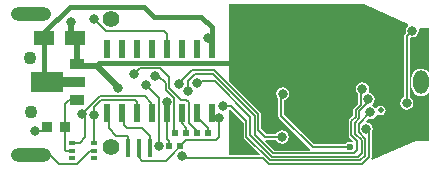
<source format=gbl>
G04 Layer_Physical_Order=2*
G04 Layer_Color=16711680*
%FSLAX25Y25*%
%MOIN*%
G70*
G01*
G75*
%ADD14R,0.01181X0.06299*%
%ADD24R,0.02441X0.02441*%
%ADD30R,0.02284X0.02441*%
%ADD33C,0.00700*%
%ADD34C,0.00600*%
%ADD36C,0.01575*%
%ADD37C,0.01969*%
%ADD38C,0.04331*%
%ADD39O,0.13386X0.04724*%
%ADD40O,0.05118X0.07874*%
%ADD41C,0.05512*%
%ADD42C,0.03150*%
%ADD43C,0.01969*%
%ADD44C,0.02362*%
%ADD45R,0.01969X0.01575*%
%ADD46R,0.03740X0.03740*%
%ADD47R,0.07087X0.04921*%
%ADD48R,0.10630X0.06693*%
%ADD49R,0.05118X0.03543*%
%ADD50R,0.07480X0.03543*%
%ADD51R,0.02362X0.06102*%
G36*
X173986Y117630D02*
X178333Y113283D01*
Y108521D01*
X178403Y108170D01*
X178602Y107872D01*
X183618Y102856D01*
X183426Y102394D01*
X173425D01*
Y117316D01*
X173860Y117640D01*
X173986Y117630D01*
D02*
G37*
G36*
X226476Y149114D02*
X233181Y146202D01*
X233232Y145635D01*
X232979Y145466D01*
X232499Y144746D01*
X232330Y143898D01*
X232470Y143191D01*
X231992Y142712D01*
X231782Y142398D01*
X231709Y142028D01*
Y121752D01*
X231109Y121351D01*
X230628Y120632D01*
X230460Y119783D01*
X230628Y118935D01*
X231109Y118216D01*
X231829Y117735D01*
X232677Y117566D01*
X233526Y117735D01*
X234245Y118216D01*
X234726Y118935D01*
X234895Y119783D01*
X234726Y120632D01*
X234245Y121351D01*
X233646Y121752D01*
Y141395D01*
X234085Y141772D01*
X234547Y141680D01*
X235396Y141849D01*
X236115Y142330D01*
X236596Y143049D01*
X236765Y143898D01*
X236668Y144382D01*
X237061Y144882D01*
X240256Y144882D01*
Y130342D01*
X239756Y130172D01*
X239655Y130304D01*
X238995Y130811D01*
X238226Y131129D01*
X237402Y131237D01*
X236577Y131129D01*
X235808Y130811D01*
X235149Y130304D01*
X234642Y129644D01*
X234324Y128876D01*
X234215Y128051D01*
Y125295D01*
X234324Y124471D01*
X234642Y123702D01*
X235149Y123042D01*
X235808Y122536D01*
X236577Y122218D01*
X237402Y122109D01*
X238226Y122218D01*
X238995Y122536D01*
X239655Y123042D01*
X239756Y123174D01*
X240256Y123004D01*
Y107087D01*
X235827Y107087D01*
X227067Y103347D01*
X221203Y100785D01*
X221120Y100837D01*
X220871Y101365D01*
X220940Y101716D01*
Y109960D01*
X221154Y110279D01*
X221323Y111127D01*
X221154Y111976D01*
X220673Y112695D01*
X219954Y113176D01*
X219257Y113315D01*
X219037Y113802D01*
X219804Y114569D01*
X220571Y114417D01*
X221419Y114585D01*
X222139Y115066D01*
X222603Y115760D01*
X222628Y115788D01*
X223169Y115983D01*
X223398Y115831D01*
X224016Y115708D01*
X224634Y115831D01*
X225158Y116181D01*
X225508Y116705D01*
X225631Y117323D01*
X225508Y117941D01*
X225158Y118465D01*
X224634Y118815D01*
X224016Y118938D01*
X223398Y118815D01*
X222874Y118465D01*
X222719Y118234D01*
X222139Y118202D01*
X221419Y118683D01*
X221238Y118719D01*
X221133Y119249D01*
X221362Y119403D01*
X221843Y120122D01*
X222012Y120970D01*
X221843Y121819D01*
X221362Y122538D01*
X220643Y123019D01*
X220201Y123107D01*
X219971Y123663D01*
X219973Y123665D01*
X220141Y124514D01*
X219973Y125363D01*
X219492Y126082D01*
X218773Y126563D01*
X217924Y126731D01*
X217075Y126563D01*
X216356Y126082D01*
X215875Y125363D01*
X215707Y124514D01*
X215875Y123665D01*
X216356Y122946D01*
X216402Y122915D01*
Y119507D01*
X215080Y118185D01*
X214881Y117888D01*
X214811Y117536D01*
Y115566D01*
X213581Y114336D01*
X213383Y114039D01*
X213313Y113688D01*
Y109108D01*
X213383Y108757D01*
X213581Y108459D01*
X214881Y107160D01*
X214863Y107084D01*
X214387Y106801D01*
X213691Y106939D01*
X212997Y106801D01*
X212407Y106407D01*
X212131Y105993D01*
X201676D01*
X191815Y115854D01*
Y120712D01*
X192187Y120786D01*
X192906Y121267D01*
X193387Y121986D01*
X193556Y122835D01*
X193387Y123683D01*
X192906Y124403D01*
X192187Y124883D01*
X191339Y125052D01*
X190490Y124883D01*
X189771Y124403D01*
X189290Y123683D01*
X189121Y122835D01*
X189290Y121986D01*
X189771Y121267D01*
X189878Y121195D01*
Y115453D01*
X189952Y115082D01*
X190162Y114768D01*
X200470Y104460D01*
X200309Y103987D01*
X200288Y103960D01*
X188578D01*
X185477Y107061D01*
X185493Y107170D01*
X185698Y107547D01*
X189139D01*
X189574Y106897D01*
X190293Y106416D01*
X191142Y106247D01*
X191990Y106416D01*
X192710Y106897D01*
X193190Y107616D01*
X193359Y108465D01*
X193190Y109313D01*
X192710Y110032D01*
X191990Y110513D01*
X191142Y110682D01*
X190293Y110513D01*
X189574Y110032D01*
X189139Y109382D01*
X185931D01*
X184106Y111207D01*
Y116048D01*
X184036Y116399D01*
X183837Y116697D01*
X173425Y127109D01*
Y152756D01*
X218504D01*
X226476Y149114D01*
D02*
G37*
D14*
X139764Y104921D02*
D03*
X143504D02*
D03*
X147244D02*
D03*
D24*
X153445Y105610D02*
D03*
X156988D02*
D03*
D30*
X166417Y109646D02*
D03*
X162717D02*
D03*
X159134D02*
D03*
X155433D02*
D03*
D33*
X128445Y106496D02*
Y118307D01*
X125591Y108366D02*
Y116043D01*
X125492Y116142D02*
X125591Y116043D01*
X124311Y116142D02*
X125492D01*
X153445Y105610D02*
Y106988D01*
X152598Y107835D02*
Y116437D01*
Y107835D02*
X153445Y106988D01*
X169980Y108366D02*
Y114961D01*
X167598Y116437D02*
X167618Y116417D01*
X143504Y101673D02*
Y104921D01*
X127067Y103937D02*
X128445D01*
X122736Y99606D02*
X127067Y103937D01*
X116732Y99606D02*
X122736D01*
X113779Y102559D02*
X116732Y99606D01*
X105413Y102559D02*
X113779D01*
X136516Y124761D02*
Y125112D01*
X145353Y122068D02*
X147539Y119882D01*
X142027Y120768D02*
X142717Y120079D01*
X169095Y114961D02*
X169980D01*
X167618Y116437D02*
X169095Y114961D01*
X167598Y116437D02*
X167618D01*
X152598D02*
Y120039D01*
X120177Y141535D02*
X120768Y142126D01*
X147539Y117185D02*
Y119882D01*
X201274Y105025D02*
X213691D01*
X190847Y115453D02*
Y122343D01*
Y115453D02*
X201274Y105025D01*
X213303Y104921D02*
X213396Y104828D01*
X152598Y137697D02*
Y142776D01*
X128543Y114764D02*
Y115945D01*
X147539Y117185D02*
X148287Y116437D01*
X142717Y117008D02*
Y120079D01*
Y117008D02*
X143287Y116437D01*
X139764Y104921D02*
Y108465D01*
X139370Y108858D02*
X139764Y108465D01*
X135827Y108858D02*
X139370D01*
X133287Y111398D02*
X135827Y108858D01*
X139272Y111614D02*
X144291D01*
X138287Y112598D02*
X139272Y111614D01*
X120965Y106496D02*
X123721D01*
X125591Y108366D01*
X138287Y112598D02*
Y116437D01*
X133287Y111398D02*
Y116437D01*
X120177Y141535D02*
X121024Y140689D01*
X190847Y122343D02*
X191339Y122835D01*
X232677Y142028D02*
X234547Y143898D01*
X232677Y119783D02*
Y142028D01*
X128445Y118307D02*
X130905Y120768D01*
X142027D01*
X130367Y122068D02*
X145353D01*
X125591Y117291D02*
X130367Y122068D01*
X120177Y120866D02*
X122894D01*
X118799Y119488D02*
X120177Y120866D01*
X118799Y111713D02*
Y119488D01*
X119095Y103937D02*
X120965D01*
X118799Y104232D02*
Y111713D01*
Y104232D02*
X119095Y103937D01*
X112872Y111734D02*
X112894Y111713D01*
X128373Y147861D02*
X132534Y143701D01*
X151673D01*
X152598Y142776D01*
X169089Y107475D02*
X169980Y108366D01*
X143504Y101673D02*
X144587Y100591D01*
X152362D01*
X159247Y107475D01*
X164877Y107480D02*
X164882Y107475D01*
X169089D01*
X164252D02*
X164257Y107480D01*
X164877D01*
X159247Y107475D02*
X160669D01*
X160674Y107480D01*
X161176D01*
X161181Y107475D01*
X164252D01*
X147244Y104921D02*
Y108661D01*
X144291Y111614D02*
X147244Y108661D01*
X111571Y110433D02*
X112872Y111734D01*
X108661Y110433D02*
X111571D01*
D34*
X148728Y128746D02*
X149600D01*
X149606Y128740D01*
X159252Y120965D02*
X160039Y120177D01*
Y113287D02*
Y120177D01*
Y113287D02*
X162716Y110610D01*
X157283Y120965D02*
X159252D01*
X162598Y115256D02*
Y116437D01*
Y115256D02*
X166417Y111437D01*
Y109646D02*
Y111437D01*
X162716Y109646D02*
Y110610D01*
X157598Y112972D02*
Y116437D01*
Y112972D02*
X159134Y111437D01*
Y109646D02*
Y111437D01*
X155073Y110005D02*
Y121478D01*
Y110005D02*
X155433Y109646D01*
X152337Y124214D02*
X155073Y121478D01*
X143617Y131412D02*
X150478D01*
X141732Y129527D02*
X143617Y131412D01*
X141170Y129921D02*
X141634D01*
X149606Y128740D02*
X149803Y128937D01*
X152343Y126397D01*
X150478Y131412D02*
X153543Y128347D01*
X157598Y116437D02*
Y118976D01*
X152337Y124214D02*
Y126233D01*
X153537Y124711D02*
X157283Y120965D01*
X153537Y124711D02*
Y125736D01*
X156602Y125500D02*
X156890Y125787D01*
X156602Y125488D02*
Y125990D01*
Y125500D02*
Y125990D01*
X156890Y125787D02*
Y126378D01*
X161221Y130709D01*
X152343Y126240D02*
Y126397D01*
X152337Y126233D02*
X152343Y126240D01*
X153543Y125742D02*
Y128347D01*
X153537Y125736D02*
X153543Y125742D01*
X159843Y127165D02*
X162008Y129331D01*
X159843Y123819D02*
Y127165D01*
X162795Y125984D02*
Y126476D01*
X168602Y127067D02*
X180451Y115219D01*
X164469Y127067D02*
X168602D01*
X163091Y125689D02*
X164469Y127067D01*
X162795Y125984D02*
X163091Y125689D01*
X162008Y129331D02*
X168209D01*
X181988Y115551D01*
X168528Y130709D02*
X183188Y116048D01*
X161221Y130709D02*
X168528D01*
X217749Y99442D02*
X220023Y101716D01*
X186632Y99442D02*
X217749D01*
X217252Y100642D02*
X218823Y102213D01*
X187129Y100642D02*
X217252D01*
X179251Y108521D02*
X187129Y100642D01*
X216287Y101842D02*
X217623Y103178D01*
X187626Y101842D02*
X216287D01*
X180451Y109018D02*
X187626Y101842D01*
X215110Y103042D02*
X216142Y104074D01*
X181988Y109252D02*
X188198Y103042D01*
X215110D01*
X179251Y108521D02*
Y113663D01*
X181988Y109252D02*
Y115551D01*
X180451Y109018D02*
Y115219D01*
X171563Y118805D02*
X174108D01*
X183188Y110827D02*
Y116048D01*
X174108Y118805D02*
X179251Y113663D01*
X183188Y110827D02*
X185550Y108465D01*
X191142D01*
X216142Y104074D02*
Y107197D01*
X217623Y103178D02*
Y107413D01*
X214230Y109108D02*
X216142Y107197D01*
X218823Y102213D02*
Y107910D01*
X215430Y109605D02*
X217623Y107413D01*
X216630Y110102D02*
X218823Y107910D01*
X220023Y101716D02*
Y110210D01*
X219105Y111127D02*
X220023Y110210D01*
X214230Y109108D02*
Y113688D01*
X215430Y109605D02*
Y113190D01*
X216630Y110102D02*
Y112693D01*
X215729Y117536D02*
X217319Y119127D01*
X215729Y115186D02*
Y117536D01*
X214230Y113688D02*
X215729Y115186D01*
X216929Y117039D02*
X220860Y120970D01*
X216929Y114689D02*
Y117039D01*
X215430Y113190D02*
X216929Y114689D01*
X216630Y112693D02*
X220571Y116634D01*
X217319Y119127D02*
Y123909D01*
X217924Y124514D01*
X219794Y120970D02*
X220860D01*
X145768Y125689D02*
X150098Y121358D01*
X184598Y101476D02*
X186632Y99442D01*
X158268Y101476D02*
X184598D01*
X150098Y105473D02*
Y121358D01*
X150010Y105385D02*
X150098Y105473D01*
X158268Y101476D02*
Y102461D01*
D36*
X175661Y133099D02*
X175984Y132776D01*
X130147Y133099D02*
X175661D01*
X109941Y141535D02*
X110787Y140689D01*
X129337Y132290D02*
X130147Y133099D01*
X111811Y143406D02*
X120276Y151870D01*
X111811Y141535D02*
Y143406D01*
Y127618D02*
Y141535D01*
Y127618D02*
X112658Y126772D01*
X119843D01*
X167598Y141535D02*
Y145000D01*
X120276Y151870D02*
X144980D01*
X148415Y148435D01*
X164163D01*
X167598Y145000D01*
D37*
X120768Y142126D02*
Y146752D01*
X122894Y132677D02*
Y140689D01*
X129337Y132290D02*
X136516Y125112D01*
X123281Y132290D02*
X129337D01*
X122894Y132677D02*
X123281Y132290D01*
D38*
X107274Y116766D02*
D03*
X107175Y134778D02*
D03*
D39*
X107284Y149311D02*
D03*
Y102559D02*
D03*
D40*
X237402Y126673D02*
D03*
D41*
X134252Y147638D02*
D03*
X134252Y105118D02*
D03*
D42*
X124311Y116142D02*
D03*
X148728Y128746D02*
D03*
X141732Y129527D02*
D03*
X136516Y124662D02*
D03*
X169980Y114961D02*
D03*
X152598Y120039D02*
D03*
X156602Y125990D02*
D03*
X166437Y141535D02*
D03*
X145768Y125689D02*
D03*
X120768Y146752D02*
D03*
X159843Y123819D02*
D03*
X162795Y126476D02*
D03*
X171563Y118805D02*
D03*
X191142Y108465D02*
D03*
X128373Y147861D02*
D03*
X128543Y115945D02*
D03*
X234547Y143898D02*
D03*
X232677Y119783D02*
D03*
X191339Y122835D02*
D03*
X217924Y124514D02*
D03*
X219794Y120970D02*
D03*
X220571Y116634D02*
D03*
X219105Y111127D02*
D03*
X157874Y102165D02*
D03*
X150010Y105385D02*
D03*
X108661Y110433D02*
D03*
D43*
X175984Y126279D02*
D03*
X209055Y112992D02*
D03*
X201181D02*
D03*
Y109449D02*
D03*
X212205Y140847D02*
D03*
Y143209D02*
D03*
X209055D02*
D03*
Y140847D02*
D03*
X222835Y147244D02*
D03*
X220472D02*
D03*
X218110D02*
D03*
X215748Y147244D02*
D03*
X213386Y149213D02*
D03*
X211024D02*
D03*
X208661D02*
D03*
X206299D02*
D03*
X203937D02*
D03*
Y151575D02*
D03*
X209055Y109449D02*
D03*
Y116535D02*
D03*
X205118D02*
D03*
Y109449D02*
D03*
X201181Y116535D02*
D03*
X185039Y128347D02*
D03*
Y130709D02*
D03*
Y133071D02*
D03*
Y135827D02*
D03*
X230315Y110827D02*
D03*
X227854Y110925D02*
D03*
X203543Y138287D02*
D03*
X205906Y136614D02*
D03*
X235039Y131496D02*
D03*
Y133858D02*
D03*
Y136221D02*
D03*
Y138583D02*
D03*
X224016Y117323D02*
D03*
X216142Y129528D02*
D03*
X211811Y126378D02*
D03*
X208661D02*
D03*
X201476Y140748D02*
D03*
X199213Y142913D02*
D03*
Y138189D02*
D03*
X196161Y136417D02*
D03*
X192520Y138189D02*
D03*
X178740Y123228D02*
D03*
X175984Y132776D02*
D03*
Y135728D02*
D03*
Y138583D02*
D03*
X179134D02*
D03*
X182283D02*
D03*
X185039Y150787D02*
D03*
Y147638D02*
D03*
Y144488D02*
D03*
Y141732D02*
D03*
Y138583D02*
D03*
D44*
X213691Y105123D02*
D03*
D45*
X120965Y106496D02*
D03*
Y103937D02*
D03*
Y101378D02*
D03*
X128445D02*
D03*
Y103937D02*
D03*
Y106496D02*
D03*
D46*
X118799Y111713D02*
D03*
X112894D02*
D03*
D47*
X111811Y141535D02*
D03*
X122047D02*
D03*
D48*
X112658Y126772D02*
D03*
D49*
X122894Y120866D02*
D03*
Y132677D02*
D03*
D50*
X121713Y126772D02*
D03*
D51*
X167598Y116437D02*
D03*
X162598D02*
D03*
X157598D02*
D03*
X152598D02*
D03*
X147598D02*
D03*
X142598D02*
D03*
X137598D02*
D03*
X157598Y137697D02*
D03*
X152598D02*
D03*
X147598D02*
D03*
X142598D02*
D03*
X137598D02*
D03*
X132598D02*
D03*
Y116437D02*
D03*
X162598Y137697D02*
D03*
X167598D02*
D03*
M02*

</source>
